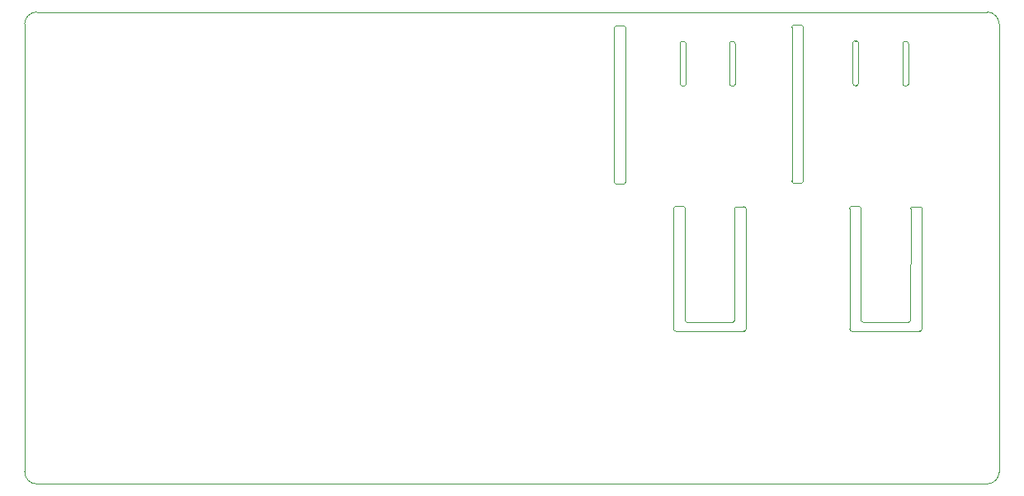
<source format=gbr>
G04 #@! TF.GenerationSoftware,KiCad,Pcbnew,5.1.9-73d0e3b20d~88~ubuntu18.04.1*
G04 #@! TF.CreationDate,2021-04-01T19:01:26+03:00*
G04 #@! TF.ProjectId,Electra,456c6563-7472-4612-9e6b-696361645f70,1*
G04 #@! TF.SameCoordinates,Original*
G04 #@! TF.FileFunction,Profile,NP*
%FSLAX46Y46*%
G04 Gerber Fmt 4.6, Leading zero omitted, Abs format (unit mm)*
G04 Created by KiCad (PCBNEW 5.1.9-73d0e3b20d~88~ubuntu18.04.1) date 2021-04-01 19:01:26*
%MOMM*%
%LPD*%
G01*
G04 APERTURE LIST*
G04 #@! TA.AperFunction,Profile*
%ADD10C,0.050000*%
G04 #@! TD*
G04 APERTURE END LIST*
D10*
X170354000Y-102170000D02*
G75*
G02*
X170129000Y-102395000I-225000J0D01*
G01*
X170360000Y-90730000D02*
G75*
G02*
X170585000Y-90505000I225000J0D01*
G01*
X165498000Y-102395000D02*
X170129000Y-102395000D01*
X170585000Y-90505000D02*
X171310000Y-90505000D01*
X170354000Y-102170000D02*
X170360000Y-90730000D01*
X171535000Y-90730000D02*
X171535000Y-103070000D01*
X164323000Y-103295000D02*
G75*
G02*
X164098000Y-103070000I0J225000D01*
G01*
X171535000Y-103070000D02*
G75*
G02*
X171310000Y-103295000I-225000J0D01*
G01*
X165048000Y-90475000D02*
G75*
G02*
X165273000Y-90700000I0J-225000D01*
G01*
X164323000Y-90475000D02*
X165048000Y-90475000D01*
X165498000Y-102395000D02*
G75*
G02*
X165273000Y-102170000I0J225000D01*
G01*
X164098000Y-103070000D02*
X164098000Y-90700000D01*
X165273000Y-90700000D02*
X165273000Y-102170000D01*
X171310000Y-103295000D02*
X164323000Y-103295000D01*
X171310000Y-90505000D02*
G75*
G02*
X171535000Y-90730000I0J-225000D01*
G01*
X164098000Y-90700000D02*
G75*
G02*
X164323000Y-90475000I225000J0D01*
G01*
X183544000Y-102395000D02*
G75*
G02*
X183319000Y-102170000I0J225000D01*
G01*
X188400000Y-102170000D02*
G75*
G02*
X188175000Y-102395000I-225000J0D01*
G01*
X177163000Y-71844000D02*
G75*
G02*
X177388000Y-72069000I0J-225000D01*
G01*
X176438000Y-71844000D02*
X177163000Y-71844000D01*
X177388000Y-72069000D02*
X177388000Y-87869000D01*
X177163000Y-88094000D02*
X176438000Y-88094000D01*
X176213000Y-87869000D02*
X176213000Y-72069000D01*
X176213000Y-72069000D02*
G75*
G02*
X176438000Y-71844000I225000J0D01*
G01*
X176438000Y-88094000D02*
G75*
G02*
X176213000Y-87869000I0J225000D01*
G01*
X177388000Y-87869000D02*
G75*
G02*
X177163000Y-88094000I-225000J0D01*
G01*
X188631000Y-90505000D02*
X189356000Y-90505000D01*
X189581000Y-90730000D02*
X189581000Y-103070000D01*
X188400000Y-102170000D02*
X188406000Y-90730000D01*
X188406000Y-90730000D02*
G75*
G02*
X188631000Y-90505000I225000J0D01*
G01*
X189356000Y-90505000D02*
G75*
G02*
X189581000Y-90730000I0J-225000D01*
G01*
X182369000Y-90475000D02*
X183094000Y-90475000D01*
X183319000Y-90700000D02*
X183319000Y-102170000D01*
X182144000Y-103070000D02*
X182144000Y-90700000D01*
X182144000Y-90700000D02*
G75*
G02*
X182369000Y-90475000I225000J0D01*
G01*
X183094000Y-90475000D02*
G75*
G02*
X183319000Y-90700000I0J-225000D01*
G01*
X189581000Y-103070000D02*
G75*
G02*
X189356000Y-103295000I-225000J0D01*
G01*
X182369000Y-103295000D02*
G75*
G02*
X182144000Y-103070000I0J225000D01*
G01*
X183544000Y-102395000D02*
X188175000Y-102395000D01*
X189356000Y-103295000D02*
X182369000Y-103295000D01*
X187959000Y-73516000D02*
G75*
G02*
X188184000Y-73741000I0J-225000D01*
G01*
X187594000Y-73746000D02*
G75*
G02*
X187819000Y-73521000I225000J0D01*
G01*
X187819000Y-78101000D02*
G75*
G02*
X187594000Y-77876000I0J225000D01*
G01*
X187954000Y-78101000D02*
X187819000Y-78101000D01*
X187594000Y-77876000D02*
X187594000Y-73746000D01*
X188184000Y-77876000D02*
G75*
G02*
X187959000Y-78101000I-225000J0D01*
G01*
X187819000Y-73521000D02*
X187959000Y-73516000D01*
X188184000Y-73741000D02*
X188184000Y-77876000D01*
X182839000Y-73466000D02*
G75*
G02*
X183064000Y-73691000I0J-225000D01*
G01*
X182474000Y-73696000D02*
G75*
G02*
X182699000Y-73471000I225000J0D01*
G01*
X182699000Y-78051000D02*
G75*
G02*
X182474000Y-77826000I0J225000D01*
G01*
X182834000Y-78051000D02*
X182699000Y-78051000D01*
X182474000Y-77826000D02*
X182474000Y-73696000D01*
X183064000Y-77826000D02*
G75*
G02*
X182839000Y-78051000I-225000J0D01*
G01*
X182699000Y-73471000D02*
X182839000Y-73466000D01*
X183064000Y-73691000D02*
X183064000Y-77826000D01*
X170201000Y-73526000D02*
G75*
G02*
X170426000Y-73751000I0J-225000D01*
G01*
X169836000Y-73756000D02*
G75*
G02*
X170061000Y-73531000I225000J0D01*
G01*
X170061000Y-78111000D02*
G75*
G02*
X169836000Y-77886000I0J225000D01*
G01*
X170196000Y-78111000D02*
X170061000Y-78111000D01*
X169836000Y-77886000D02*
X169836000Y-73756000D01*
X170426000Y-77886000D02*
G75*
G02*
X170201000Y-78111000I-225000J0D01*
G01*
X170061000Y-73531000D02*
X170201000Y-73526000D01*
X170426000Y-73751000D02*
X170426000Y-77886000D01*
X165135000Y-73526000D02*
G75*
G02*
X165360000Y-73751000I0J-225000D01*
G01*
X164770000Y-73756000D02*
G75*
G02*
X164995000Y-73531000I225000J0D01*
G01*
X165130000Y-78111000D02*
X164995000Y-78111000D01*
X165360000Y-77886000D02*
G75*
G02*
X165135000Y-78111000I-225000J0D01*
G01*
X164995000Y-73531000D02*
X165135000Y-73526000D01*
X164995000Y-78111000D02*
G75*
G02*
X164770000Y-77886000I0J225000D01*
G01*
X165360000Y-73751000D02*
X165360000Y-77886000D01*
X164770000Y-77886000D02*
X164770000Y-73756000D01*
X159175000Y-87960000D02*
G75*
G02*
X158950000Y-88185000I-225000J0D01*
G01*
X158225000Y-88185000D02*
G75*
G02*
X158000000Y-87960000I0J225000D01*
G01*
X158950000Y-71935000D02*
G75*
G02*
X159175000Y-72160000I0J-225000D01*
G01*
X158000000Y-72160000D02*
G75*
G02*
X158225000Y-71935000I225000J0D01*
G01*
X158000000Y-87960000D02*
X158000000Y-72160000D01*
X158950000Y-88185000D02*
X158225000Y-88185000D01*
X159175000Y-72160000D02*
X159175000Y-87960000D01*
X158225000Y-71935000D02*
X158950000Y-71935000D01*
X196250000Y-70500000D02*
G75*
G02*
X197500000Y-71750000I0J-1250000D01*
G01*
X197500000Y-117750000D02*
G75*
G02*
X196250000Y-119000000I-1250000J0D01*
G01*
X98750000Y-119000000D02*
G75*
G02*
X97500000Y-117750000I0J1250000D01*
G01*
X97500000Y-71750000D02*
G75*
G02*
X98750000Y-70500000I1250000J0D01*
G01*
X196250000Y-70500000D02*
X98750000Y-70500000D01*
X197500000Y-117750000D02*
X197500000Y-71750000D01*
X98750000Y-119000000D02*
X196250000Y-119000000D01*
X97500000Y-71750000D02*
X97500000Y-117750000D01*
M02*

</source>
